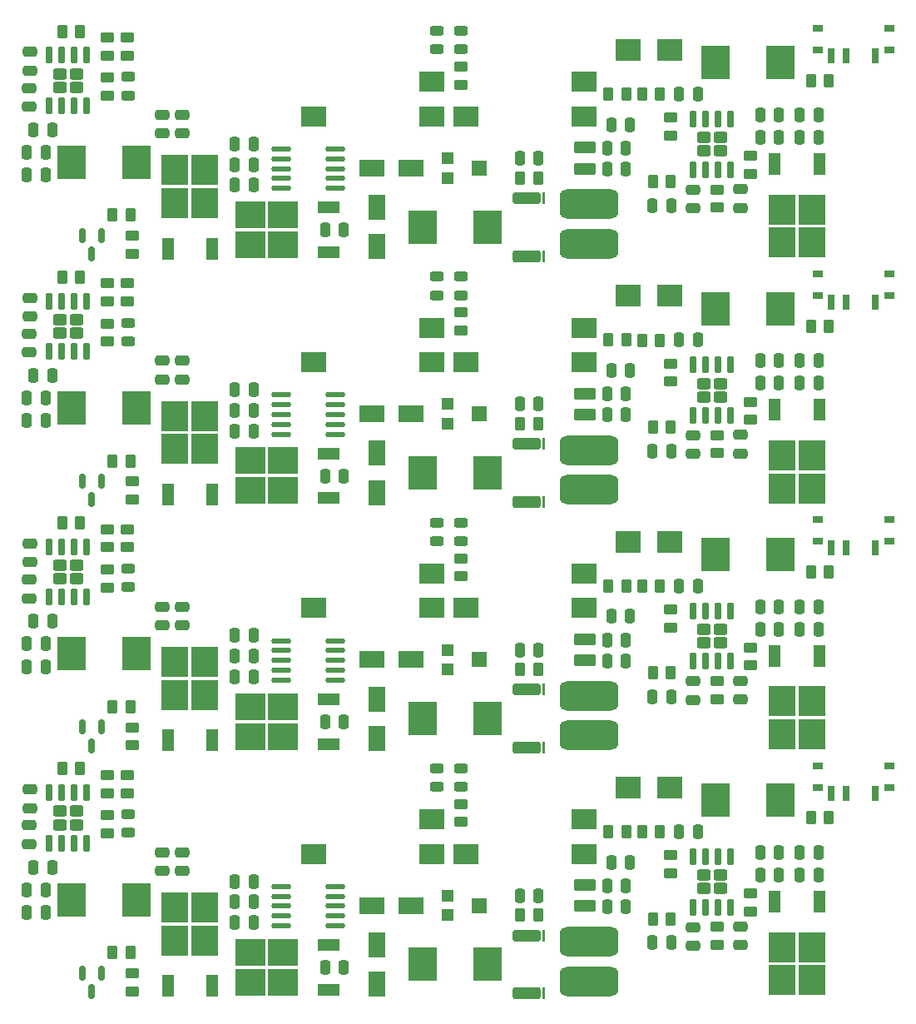
<source format=gbr>
%TF.GenerationSoftware,KiCad,Pcbnew,(6.0.7)*%
%TF.CreationDate,2023-02-24T04:41:47+08:00*%
%TF.ProjectId,PowerPanelization,506f7765-7250-4616-9e65-6c697a617469,rev?*%
%TF.SameCoordinates,Original*%
%TF.FileFunction,Paste,Top*%
%TF.FilePolarity,Positive*%
%FSLAX46Y46*%
G04 Gerber Fmt 4.6, Leading zero omitted, Abs format (unit mm)*
G04 Created by KiCad (PCBNEW (6.0.7)) date 2023-02-24 04:41:47*
%MOMM*%
%LPD*%
G01*
G04 APERTURE LIST*
G04 Aperture macros list*
%AMRoundRect*
0 Rectangle with rounded corners*
0 $1 Rounding radius*
0 $2 $3 $4 $5 $6 $7 $8 $9 X,Y pos of 4 corners*
0 Add a 4 corners polygon primitive as box body*
4,1,4,$2,$3,$4,$5,$6,$7,$8,$9,$2,$3,0*
0 Add four circle primitives for the rounded corners*
1,1,$1+$1,$2,$3*
1,1,$1+$1,$4,$5*
1,1,$1+$1,$6,$7*
1,1,$1+$1,$8,$9*
0 Add four rect primitives between the rounded corners*
20,1,$1+$1,$2,$3,$4,$5,0*
20,1,$1+$1,$4,$5,$6,$7,0*
20,1,$1+$1,$6,$7,$8,$9,0*
20,1,$1+$1,$8,$9,$2,$3,0*%
G04 Aperture macros list end*
%ADD10RoundRect,0.250000X-0.450000X0.262500X-0.450000X-0.262500X0.450000X-0.262500X0.450000X0.262500X0*%
%ADD11RoundRect,0.250000X-0.475000X0.250000X-0.475000X-0.250000X0.475000X-0.250000X0.475000X0.250000X0*%
%ADD12RoundRect,0.250000X0.450000X-0.262500X0.450000X0.262500X-0.450000X0.262500X-0.450000X-0.262500X0*%
%ADD13RoundRect,0.250000X-0.262500X-0.450000X0.262500X-0.450000X0.262500X0.450000X-0.262500X0.450000X0*%
%ADD14RoundRect,0.243750X-0.456250X0.243750X-0.456250X-0.243750X0.456250X-0.243750X0.456250X0.243750X0*%
%ADD15RoundRect,0.250000X0.475000X-0.250000X0.475000X0.250000X-0.475000X0.250000X-0.475000X-0.250000X0*%
%ADD16R,2.500000X2.000000*%
%ADD17RoundRect,0.250000X0.250000X0.475000X-0.250000X0.475000X-0.250000X-0.475000X0.250000X-0.475000X0*%
%ADD18RoundRect,0.250000X0.262500X0.450000X-0.262500X0.450000X-0.262500X-0.450000X0.262500X-0.450000X0*%
%ADD19RoundRect,0.250000X-0.850000X0.375000X-0.850000X-0.375000X0.850000X-0.375000X0.850000X0.375000X0*%
%ADD20R,3.000000X3.500000*%
%ADD21RoundRect,0.250000X-0.460000X0.315000X-0.460000X-0.315000X0.460000X-0.315000X0.460000X0.315000X0*%
%ADD22RoundRect,0.150000X-0.150000X0.737500X-0.150000X-0.737500X0.150000X-0.737500X0.150000X0.737500X0*%
%ADD23R,2.750000X3.050000*%
%ADD24R,1.200000X2.200000*%
%ADD25RoundRect,0.250000X-0.250000X-0.475000X0.250000X-0.475000X0.250000X0.475000X-0.250000X0.475000X0*%
%ADD26RoundRect,0.250000X0.460000X-0.315000X0.460000X0.315000X-0.460000X0.315000X-0.460000X-0.315000X0*%
%ADD27RoundRect,0.150000X0.150000X-0.737500X0.150000X0.737500X-0.150000X0.737500X-0.150000X-0.737500X0*%
%ADD28RoundRect,0.750000X-2.250000X0.750000X-2.250000X-0.750000X2.250000X-0.750000X2.250000X0.750000X0*%
%ADD29R,1.800000X2.500000*%
%ADD30RoundRect,0.250000X1.159000X-0.362500X1.159000X0.362500X-1.159000X0.362500X-1.159000X-0.362500X0*%
%ADD31RoundRect,0.051837X0.075163X-0.560663X0.075163X0.560663X-0.075163X0.560663X-0.075163X-0.560663X0*%
%ADD32RoundRect,0.246123X1.162877X-0.356877X1.162877X0.356877X-1.162877X0.356877X-1.162877X-0.356877X0*%
%ADD33R,3.050000X2.750000*%
%ADD34R,2.200000X1.200000*%
%ADD35R,1.000000X0.800000*%
%ADD36R,0.700000X1.500000*%
%ADD37R,1.200000X1.200000*%
%ADD38R,1.500000X1.600000*%
%ADD39RoundRect,0.243750X0.456250X-0.243750X0.456250X0.243750X-0.456250X0.243750X-0.456250X-0.243750X0*%
%ADD40RoundRect,0.150000X-0.150000X0.587500X-0.150000X-0.587500X0.150000X-0.587500X0.150000X0.587500X0*%
%ADD41R,2.500000X1.800000*%
%ADD42R,2.500000X2.300000*%
%ADD43O,2.031000X0.560000*%
G04 APERTURE END LIST*
D10*
%TO.C,R2*%
X107330000Y-152837500D03*
X107330000Y-154662500D03*
%TD*%
D11*
%TO.C,C20*%
X169230000Y-148100000D03*
X169230000Y-150000000D03*
%TD*%
D12*
%TO.C,R8*%
X106830000Y-134512500D03*
X106830000Y-132687500D03*
%TD*%
%TO.C,R9*%
X104830000Y-134512500D03*
X104830000Y-132687500D03*
%TD*%
D13*
%TO.C,R12*%
X160317500Y-147300000D03*
X162142500Y-147300000D03*
%TD*%
D12*
%TO.C,R14*%
X170230000Y-146550000D03*
X170230000Y-144725000D03*
%TD*%
D14*
%TO.C,D2*%
X138330000Y-132012500D03*
X138330000Y-133887500D03*
%TD*%
D15*
%TO.C,C8*%
X96830000Y-139700000D03*
X96830000Y-137800000D03*
%TD*%
D16*
%TO.C,DC2*%
X141280000Y-140700000D03*
X153280000Y-140700000D03*
X153280000Y-137200000D03*
%TD*%
D17*
%TO.C,C17*%
X164880000Y-138450000D03*
X162980000Y-138450000D03*
%TD*%
D18*
%TO.C,R16*%
X161050000Y-138460000D03*
X159225000Y-138460000D03*
%TD*%
D13*
%TO.C,R7*%
X176417500Y-137050000D03*
X178242500Y-137050000D03*
%TD*%
D19*
%TO.C,L4*%
X153430000Y-143875000D03*
X153430000Y-146025000D03*
%TD*%
D20*
%TO.C,L1*%
X136928000Y-151950000D03*
X143532000Y-151950000D03*
%TD*%
D21*
%TO.C,U3*%
X165480000Y-144230000D03*
X165480000Y-142870000D03*
X167180000Y-142870000D03*
X167180000Y-144230000D03*
D22*
X168235000Y-140987500D03*
X166965000Y-140987500D03*
X165695000Y-140987500D03*
X164425000Y-140987500D03*
X164425000Y-146112500D03*
X165695000Y-146112500D03*
X166965000Y-146112500D03*
X168235000Y-146112500D03*
%TD*%
D17*
%TO.C,C2*%
X119680000Y-143500000D03*
X117780000Y-143500000D03*
%TD*%
D11*
%TO.C,C19*%
X164430000Y-148150000D03*
X164430000Y-150050000D03*
%TD*%
D18*
%TO.C,R6*%
X102042500Y-132050000D03*
X100217500Y-132050000D03*
%TD*%
D10*
%TO.C,R10*%
X104830000Y-136775000D03*
X104830000Y-138600000D03*
%TD*%
D18*
%TO.C,R1*%
X107142500Y-150750000D03*
X105317500Y-150750000D03*
%TD*%
D23*
%TO.C,Q1*%
X111705000Y-149525000D03*
X111705000Y-146175000D03*
X114755000Y-149525000D03*
X114755000Y-146175000D03*
D24*
X110950000Y-154150000D03*
X115510000Y-154150000D03*
%TD*%
D25*
%TO.C,C4*%
X126980000Y-152275000D03*
X128880000Y-152275000D03*
%TD*%
D18*
%TO.C,R5*%
X148642500Y-146950000D03*
X146817500Y-146950000D03*
%TD*%
D20*
%TO.C,L3*%
X173332000Y-135250000D03*
X166728000Y-135250000D03*
%TD*%
D25*
%TO.C,C15*%
X175280000Y-140550000D03*
X177180000Y-140550000D03*
%TD*%
D17*
%TO.C,C7*%
X99180000Y-142050000D03*
X97280000Y-142050000D03*
%TD*%
D26*
%TO.C,U2*%
X101675000Y-137730000D03*
X99975000Y-137730000D03*
X101675000Y-136370000D03*
X99975000Y-136370000D03*
D27*
X98920000Y-139612500D03*
X100190000Y-139612500D03*
X101460000Y-139612500D03*
X102730000Y-139612500D03*
X102730000Y-134487500D03*
X101460000Y-134487500D03*
X100190000Y-134487500D03*
X98920000Y-134487500D03*
%TD*%
D28*
%TO.C,BT1*%
X153830000Y-149650000D03*
X153830000Y-153650000D03*
%TD*%
D25*
%TO.C,C21*%
X156080000Y-141550000D03*
X157980000Y-141550000D03*
%TD*%
D29*
%TO.C,D3*%
X132230000Y-153950000D03*
X132230000Y-149950000D03*
%TD*%
D17*
%TO.C,C13*%
X173130000Y-140550000D03*
X171230000Y-140550000D03*
%TD*%
%TO.C,C6*%
X98530000Y-144350000D03*
X96630000Y-144350000D03*
%TD*%
D18*
%TO.C,R15*%
X157630000Y-138450000D03*
X155805000Y-138450000D03*
%TD*%
D17*
%TO.C,C1*%
X119680000Y-145600000D03*
X117780000Y-145600000D03*
%TD*%
D23*
%TO.C,Q4*%
X173505000Y-150175000D03*
X176555000Y-153525000D03*
X176555000Y-150175000D03*
X173505000Y-153525000D03*
D24*
X177310000Y-145550000D03*
X172750000Y-145550000D03*
%TD*%
D17*
%TO.C,C14*%
X173130000Y-142850000D03*
X171230000Y-142850000D03*
%TD*%
D30*
%TO.C,R4*%
X147464000Y-154912500D03*
D31*
X149254000Y-154912500D03*
X149254000Y-148997000D03*
D32*
X147464000Y-148997000D03*
%TD*%
D25*
%TO.C,C18*%
X160280000Y-149750000D03*
X162180000Y-149750000D03*
%TD*%
D33*
%TO.C,Q3*%
X122705000Y-150725000D03*
X119355000Y-150725000D03*
X119355000Y-153775000D03*
X122705000Y-153775000D03*
D34*
X127330000Y-154530000D03*
X127330000Y-149970000D03*
%TD*%
D17*
%TO.C,C3*%
X119695000Y-147700000D03*
X117795000Y-147700000D03*
%TD*%
D25*
%TO.C,C16*%
X175280000Y-142850000D03*
X177180000Y-142850000D03*
%TD*%
%TO.C,C22*%
X155680000Y-143950000D03*
X157580000Y-143950000D03*
%TD*%
D35*
%TO.C,SW1*%
X177080000Y-131720000D03*
X177080000Y-133930000D03*
X184380000Y-133930000D03*
X184380000Y-131720000D03*
D36*
X182980000Y-134580000D03*
X179980000Y-134580000D03*
X178480000Y-134580000D03*
%TD*%
D12*
%TO.C,R13*%
X166830000Y-149962500D03*
X166830000Y-148137500D03*
%TD*%
D37*
%TO.C,RV1*%
X139430000Y-144950000D03*
D38*
X142680000Y-145950000D03*
D37*
X139430000Y-146950000D03*
%TD*%
D17*
%TO.C,C5*%
X98530000Y-146650000D03*
X96630000Y-146650000D03*
%TD*%
D39*
%TO.C,D5*%
X106930000Y-138562500D03*
X106930000Y-136687500D03*
%TD*%
D10*
%TO.C,R3*%
X140830000Y-135637500D03*
X140830000Y-137462500D03*
%TD*%
D11*
%TO.C,C12*%
X110430000Y-140550000D03*
X110430000Y-142450000D03*
%TD*%
D40*
%TO.C,Q2*%
X104180000Y-152812500D03*
X102280000Y-152812500D03*
X103230000Y-154687500D03*
%TD*%
D41*
%TO.C,D4*%
X135730000Y-145950000D03*
X131730000Y-145950000D03*
%TD*%
D42*
%TO.C,D6*%
X157780000Y-133950000D03*
X162080000Y-133950000D03*
%TD*%
D16*
%TO.C,DC1*%
X125805000Y-140700000D03*
X137805000Y-140700000D03*
X137805000Y-137200000D03*
%TD*%
D20*
%TO.C,L2*%
X101128000Y-145350000D03*
X107732000Y-145350000D03*
%TD*%
D11*
%TO.C,C11*%
X112430000Y-140550000D03*
X112430000Y-142450000D03*
%TD*%
D17*
%TO.C,C9*%
X148680000Y-144950000D03*
X146780000Y-144950000D03*
%TD*%
D14*
%TO.C,D1*%
X140780000Y-132012500D03*
X140780000Y-133887500D03*
%TD*%
D11*
%TO.C,C10*%
X96930000Y-134150000D03*
X96930000Y-136050000D03*
%TD*%
D10*
%TO.C,R11*%
X162130000Y-140837500D03*
X162130000Y-142662500D03*
%TD*%
D43*
%TO.C,U1*%
X127996000Y-148025000D03*
X127996000Y-147025000D03*
X127996000Y-146025000D03*
X127996000Y-145025000D03*
X127996000Y-144025000D03*
X122464000Y-144025000D03*
X122464000Y-145025000D03*
X122464000Y-146025000D03*
X122464000Y-147025000D03*
X122464000Y-148025000D03*
%TD*%
D25*
%TO.C,C23*%
X155680000Y-146050000D03*
X157580000Y-146050000D03*
%TD*%
D10*
%TO.C,R2*%
X107330000Y-127837500D03*
X107330000Y-129662500D03*
%TD*%
D11*
%TO.C,C20*%
X169230000Y-123100000D03*
X169230000Y-125000000D03*
%TD*%
D12*
%TO.C,R8*%
X106830000Y-109512500D03*
X106830000Y-107687500D03*
%TD*%
%TO.C,R9*%
X104830000Y-109512500D03*
X104830000Y-107687500D03*
%TD*%
D13*
%TO.C,R12*%
X160317500Y-122300000D03*
X162142500Y-122300000D03*
%TD*%
D12*
%TO.C,R14*%
X170230000Y-121550000D03*
X170230000Y-119725000D03*
%TD*%
D14*
%TO.C,D2*%
X138330000Y-107012500D03*
X138330000Y-108887500D03*
%TD*%
D15*
%TO.C,C8*%
X96830000Y-114700000D03*
X96830000Y-112800000D03*
%TD*%
D16*
%TO.C,DC2*%
X141280000Y-115700000D03*
X153280000Y-115700000D03*
X153280000Y-112200000D03*
%TD*%
D17*
%TO.C,C17*%
X164880000Y-113450000D03*
X162980000Y-113450000D03*
%TD*%
D18*
%TO.C,R16*%
X161050000Y-113460000D03*
X159225000Y-113460000D03*
%TD*%
D13*
%TO.C,R7*%
X176417500Y-112050000D03*
X178242500Y-112050000D03*
%TD*%
D19*
%TO.C,L4*%
X153430000Y-118875000D03*
X153430000Y-121025000D03*
%TD*%
D20*
%TO.C,L1*%
X136928000Y-126950000D03*
X143532000Y-126950000D03*
%TD*%
D21*
%TO.C,U3*%
X165480000Y-119230000D03*
X165480000Y-117870000D03*
X167180000Y-117870000D03*
X167180000Y-119230000D03*
D22*
X168235000Y-115987500D03*
X166965000Y-115987500D03*
X165695000Y-115987500D03*
X164425000Y-115987500D03*
X164425000Y-121112500D03*
X165695000Y-121112500D03*
X166965000Y-121112500D03*
X168235000Y-121112500D03*
%TD*%
D17*
%TO.C,C2*%
X119680000Y-118500000D03*
X117780000Y-118500000D03*
%TD*%
D11*
%TO.C,C19*%
X164430000Y-123150000D03*
X164430000Y-125050000D03*
%TD*%
D18*
%TO.C,R6*%
X102042500Y-107050000D03*
X100217500Y-107050000D03*
%TD*%
D10*
%TO.C,R10*%
X104830000Y-111775000D03*
X104830000Y-113600000D03*
%TD*%
D18*
%TO.C,R1*%
X107142500Y-125750000D03*
X105317500Y-125750000D03*
%TD*%
D23*
%TO.C,Q1*%
X111705000Y-124525000D03*
X111705000Y-121175000D03*
X114755000Y-124525000D03*
X114755000Y-121175000D03*
D24*
X110950000Y-129150000D03*
X115510000Y-129150000D03*
%TD*%
D25*
%TO.C,C4*%
X126980000Y-127275000D03*
X128880000Y-127275000D03*
%TD*%
D18*
%TO.C,R5*%
X148642500Y-121950000D03*
X146817500Y-121950000D03*
%TD*%
D20*
%TO.C,L3*%
X173332000Y-110250000D03*
X166728000Y-110250000D03*
%TD*%
D25*
%TO.C,C15*%
X175280000Y-115550000D03*
X177180000Y-115550000D03*
%TD*%
D17*
%TO.C,C7*%
X99180000Y-117050000D03*
X97280000Y-117050000D03*
%TD*%
D26*
%TO.C,U2*%
X101675000Y-112730000D03*
X99975000Y-112730000D03*
X101675000Y-111370000D03*
X99975000Y-111370000D03*
D27*
X98920000Y-114612500D03*
X100190000Y-114612500D03*
X101460000Y-114612500D03*
X102730000Y-114612500D03*
X102730000Y-109487500D03*
X101460000Y-109487500D03*
X100190000Y-109487500D03*
X98920000Y-109487500D03*
%TD*%
D28*
%TO.C,BT1*%
X153830000Y-124650000D03*
X153830000Y-128650000D03*
%TD*%
D25*
%TO.C,C21*%
X156080000Y-116550000D03*
X157980000Y-116550000D03*
%TD*%
D29*
%TO.C,D3*%
X132230000Y-128950000D03*
X132230000Y-124950000D03*
%TD*%
D17*
%TO.C,C13*%
X173130000Y-115550000D03*
X171230000Y-115550000D03*
%TD*%
%TO.C,C6*%
X98530000Y-119350000D03*
X96630000Y-119350000D03*
%TD*%
D18*
%TO.C,R15*%
X157630000Y-113450000D03*
X155805000Y-113450000D03*
%TD*%
D17*
%TO.C,C1*%
X119680000Y-120600000D03*
X117780000Y-120600000D03*
%TD*%
D23*
%TO.C,Q4*%
X173505000Y-125175000D03*
X176555000Y-128525000D03*
X176555000Y-125175000D03*
X173505000Y-128525000D03*
D24*
X177310000Y-120550000D03*
X172750000Y-120550000D03*
%TD*%
D17*
%TO.C,C14*%
X173130000Y-117850000D03*
X171230000Y-117850000D03*
%TD*%
D30*
%TO.C,R4*%
X147464000Y-129912500D03*
D31*
X149254000Y-129912500D03*
X149254000Y-123997000D03*
D32*
X147464000Y-123997000D03*
%TD*%
D25*
%TO.C,C18*%
X160280000Y-124750000D03*
X162180000Y-124750000D03*
%TD*%
D33*
%TO.C,Q3*%
X122705000Y-125725000D03*
X119355000Y-125725000D03*
X119355000Y-128775000D03*
X122705000Y-128775000D03*
D34*
X127330000Y-129530000D03*
X127330000Y-124970000D03*
%TD*%
D17*
%TO.C,C3*%
X119695000Y-122700000D03*
X117795000Y-122700000D03*
%TD*%
D25*
%TO.C,C16*%
X175280000Y-117850000D03*
X177180000Y-117850000D03*
%TD*%
%TO.C,C22*%
X155680000Y-118950000D03*
X157580000Y-118950000D03*
%TD*%
D35*
%TO.C,SW1*%
X177080000Y-106720000D03*
X177080000Y-108930000D03*
X184380000Y-108930000D03*
X184380000Y-106720000D03*
D36*
X182980000Y-109580000D03*
X179980000Y-109580000D03*
X178480000Y-109580000D03*
%TD*%
D12*
%TO.C,R13*%
X166830000Y-124962500D03*
X166830000Y-123137500D03*
%TD*%
D37*
%TO.C,RV1*%
X139430000Y-119950000D03*
D38*
X142680000Y-120950000D03*
D37*
X139430000Y-121950000D03*
%TD*%
D17*
%TO.C,C5*%
X98530000Y-121650000D03*
X96630000Y-121650000D03*
%TD*%
D39*
%TO.C,D5*%
X106930000Y-113562500D03*
X106930000Y-111687500D03*
%TD*%
D10*
%TO.C,R3*%
X140830000Y-110637500D03*
X140830000Y-112462500D03*
%TD*%
D11*
%TO.C,C12*%
X110430000Y-115550000D03*
X110430000Y-117450000D03*
%TD*%
D40*
%TO.C,Q2*%
X104180000Y-127812500D03*
X102280000Y-127812500D03*
X103230000Y-129687500D03*
%TD*%
D41*
%TO.C,D4*%
X135730000Y-120950000D03*
X131730000Y-120950000D03*
%TD*%
D42*
%TO.C,D6*%
X157780000Y-108950000D03*
X162080000Y-108950000D03*
%TD*%
D16*
%TO.C,DC1*%
X125805000Y-115700000D03*
X137805000Y-115700000D03*
X137805000Y-112200000D03*
%TD*%
D20*
%TO.C,L2*%
X101128000Y-120350000D03*
X107732000Y-120350000D03*
%TD*%
D11*
%TO.C,C11*%
X112430000Y-115550000D03*
X112430000Y-117450000D03*
%TD*%
D17*
%TO.C,C9*%
X148680000Y-119950000D03*
X146780000Y-119950000D03*
%TD*%
D14*
%TO.C,D1*%
X140780000Y-107012500D03*
X140780000Y-108887500D03*
%TD*%
D11*
%TO.C,C10*%
X96930000Y-109150000D03*
X96930000Y-111050000D03*
%TD*%
D10*
%TO.C,R11*%
X162130000Y-115837500D03*
X162130000Y-117662500D03*
%TD*%
D43*
%TO.C,U1*%
X127996000Y-123025000D03*
X127996000Y-122025000D03*
X127996000Y-121025000D03*
X127996000Y-120025000D03*
X127996000Y-119025000D03*
X122464000Y-119025000D03*
X122464000Y-120025000D03*
X122464000Y-121025000D03*
X122464000Y-122025000D03*
X122464000Y-123025000D03*
%TD*%
D25*
%TO.C,C23*%
X155680000Y-121050000D03*
X157580000Y-121050000D03*
%TD*%
D10*
%TO.C,R2*%
X107330000Y-102837500D03*
X107330000Y-104662500D03*
%TD*%
D11*
%TO.C,C20*%
X169230000Y-98100000D03*
X169230000Y-100000000D03*
%TD*%
D12*
%TO.C,R8*%
X106830000Y-84512500D03*
X106830000Y-82687500D03*
%TD*%
%TO.C,R9*%
X104830000Y-84512500D03*
X104830000Y-82687500D03*
%TD*%
D13*
%TO.C,R12*%
X160317500Y-97300000D03*
X162142500Y-97300000D03*
%TD*%
D12*
%TO.C,R14*%
X170230000Y-96550000D03*
X170230000Y-94725000D03*
%TD*%
D14*
%TO.C,D2*%
X138330000Y-82012500D03*
X138330000Y-83887500D03*
%TD*%
D15*
%TO.C,C8*%
X96830000Y-89700000D03*
X96830000Y-87800000D03*
%TD*%
D16*
%TO.C,DC2*%
X141280000Y-90700000D03*
X153280000Y-90700000D03*
X153280000Y-87200000D03*
%TD*%
D17*
%TO.C,C17*%
X164880000Y-88450000D03*
X162980000Y-88450000D03*
%TD*%
D18*
%TO.C,R16*%
X161050000Y-88460000D03*
X159225000Y-88460000D03*
%TD*%
D13*
%TO.C,R7*%
X176417500Y-87050000D03*
X178242500Y-87050000D03*
%TD*%
D19*
%TO.C,L4*%
X153430000Y-93875000D03*
X153430000Y-96025000D03*
%TD*%
D20*
%TO.C,L1*%
X136928000Y-101950000D03*
X143532000Y-101950000D03*
%TD*%
D21*
%TO.C,U3*%
X165480000Y-94230000D03*
X165480000Y-92870000D03*
X167180000Y-92870000D03*
X167180000Y-94230000D03*
D22*
X168235000Y-90987500D03*
X166965000Y-90987500D03*
X165695000Y-90987500D03*
X164425000Y-90987500D03*
X164425000Y-96112500D03*
X165695000Y-96112500D03*
X166965000Y-96112500D03*
X168235000Y-96112500D03*
%TD*%
D17*
%TO.C,C2*%
X119680000Y-93500000D03*
X117780000Y-93500000D03*
%TD*%
D11*
%TO.C,C19*%
X164430000Y-98150000D03*
X164430000Y-100050000D03*
%TD*%
D18*
%TO.C,R6*%
X102042500Y-82050000D03*
X100217500Y-82050000D03*
%TD*%
D10*
%TO.C,R10*%
X104830000Y-86775000D03*
X104830000Y-88600000D03*
%TD*%
D18*
%TO.C,R1*%
X107142500Y-100750000D03*
X105317500Y-100750000D03*
%TD*%
D23*
%TO.C,Q1*%
X111705000Y-99525000D03*
X111705000Y-96175000D03*
X114755000Y-99525000D03*
X114755000Y-96175000D03*
D24*
X110950000Y-104150000D03*
X115510000Y-104150000D03*
%TD*%
D25*
%TO.C,C4*%
X126980000Y-102275000D03*
X128880000Y-102275000D03*
%TD*%
D18*
%TO.C,R5*%
X148642500Y-96950000D03*
X146817500Y-96950000D03*
%TD*%
D20*
%TO.C,L3*%
X173332000Y-85250000D03*
X166728000Y-85250000D03*
%TD*%
D25*
%TO.C,C15*%
X175280000Y-90550000D03*
X177180000Y-90550000D03*
%TD*%
D17*
%TO.C,C7*%
X99180000Y-92050000D03*
X97280000Y-92050000D03*
%TD*%
D26*
%TO.C,U2*%
X101675000Y-87730000D03*
X99975000Y-87730000D03*
X101675000Y-86370000D03*
X99975000Y-86370000D03*
D27*
X98920000Y-89612500D03*
X100190000Y-89612500D03*
X101460000Y-89612500D03*
X102730000Y-89612500D03*
X102730000Y-84487500D03*
X101460000Y-84487500D03*
X100190000Y-84487500D03*
X98920000Y-84487500D03*
%TD*%
D28*
%TO.C,BT1*%
X153830000Y-99650000D03*
X153830000Y-103650000D03*
%TD*%
D25*
%TO.C,C21*%
X156080000Y-91550000D03*
X157980000Y-91550000D03*
%TD*%
D29*
%TO.C,D3*%
X132230000Y-103950000D03*
X132230000Y-99950000D03*
%TD*%
D17*
%TO.C,C13*%
X173130000Y-90550000D03*
X171230000Y-90550000D03*
%TD*%
%TO.C,C6*%
X98530000Y-94350000D03*
X96630000Y-94350000D03*
%TD*%
D18*
%TO.C,R15*%
X157630000Y-88450000D03*
X155805000Y-88450000D03*
%TD*%
D17*
%TO.C,C1*%
X119680000Y-95600000D03*
X117780000Y-95600000D03*
%TD*%
D23*
%TO.C,Q4*%
X173505000Y-100175000D03*
X176555000Y-103525000D03*
X176555000Y-100175000D03*
X173505000Y-103525000D03*
D24*
X177310000Y-95550000D03*
X172750000Y-95550000D03*
%TD*%
D17*
%TO.C,C14*%
X173130000Y-92850000D03*
X171230000Y-92850000D03*
%TD*%
D30*
%TO.C,R4*%
X147464000Y-104912500D03*
D31*
X149254000Y-104912500D03*
X149254000Y-98997000D03*
D32*
X147464000Y-98997000D03*
%TD*%
D25*
%TO.C,C18*%
X160280000Y-99750000D03*
X162180000Y-99750000D03*
%TD*%
D33*
%TO.C,Q3*%
X122705000Y-100725000D03*
X119355000Y-100725000D03*
X119355000Y-103775000D03*
X122705000Y-103775000D03*
D34*
X127330000Y-104530000D03*
X127330000Y-99970000D03*
%TD*%
D17*
%TO.C,C3*%
X119695000Y-97700000D03*
X117795000Y-97700000D03*
%TD*%
D25*
%TO.C,C16*%
X175280000Y-92850000D03*
X177180000Y-92850000D03*
%TD*%
%TO.C,C22*%
X155680000Y-93950000D03*
X157580000Y-93950000D03*
%TD*%
D35*
%TO.C,SW1*%
X177080000Y-81720000D03*
X177080000Y-83930000D03*
X184380000Y-83930000D03*
X184380000Y-81720000D03*
D36*
X182980000Y-84580000D03*
X179980000Y-84580000D03*
X178480000Y-84580000D03*
%TD*%
D12*
%TO.C,R13*%
X166830000Y-99962500D03*
X166830000Y-98137500D03*
%TD*%
D37*
%TO.C,RV1*%
X139430000Y-94950000D03*
D38*
X142680000Y-95950000D03*
D37*
X139430000Y-96950000D03*
%TD*%
D17*
%TO.C,C5*%
X98530000Y-96650000D03*
X96630000Y-96650000D03*
%TD*%
D39*
%TO.C,D5*%
X106930000Y-88562500D03*
X106930000Y-86687500D03*
%TD*%
D10*
%TO.C,R3*%
X140830000Y-85637500D03*
X140830000Y-87462500D03*
%TD*%
D11*
%TO.C,C12*%
X110430000Y-90550000D03*
X110430000Y-92450000D03*
%TD*%
D40*
%TO.C,Q2*%
X104180000Y-102812500D03*
X102280000Y-102812500D03*
X103230000Y-104687500D03*
%TD*%
D41*
%TO.C,D4*%
X135730000Y-95950000D03*
X131730000Y-95950000D03*
%TD*%
D42*
%TO.C,D6*%
X157780000Y-83950000D03*
X162080000Y-83950000D03*
%TD*%
D16*
%TO.C,DC1*%
X125805000Y-90700000D03*
X137805000Y-90700000D03*
X137805000Y-87200000D03*
%TD*%
D20*
%TO.C,L2*%
X101128000Y-95350000D03*
X107732000Y-95350000D03*
%TD*%
D11*
%TO.C,C11*%
X112430000Y-90550000D03*
X112430000Y-92450000D03*
%TD*%
D17*
%TO.C,C9*%
X148680000Y-94950000D03*
X146780000Y-94950000D03*
%TD*%
D14*
%TO.C,D1*%
X140780000Y-82012500D03*
X140780000Y-83887500D03*
%TD*%
D11*
%TO.C,C10*%
X96930000Y-84150000D03*
X96930000Y-86050000D03*
%TD*%
D10*
%TO.C,R11*%
X162130000Y-90837500D03*
X162130000Y-92662500D03*
%TD*%
D43*
%TO.C,U1*%
X127996000Y-98025000D03*
X127996000Y-97025000D03*
X127996000Y-96025000D03*
X127996000Y-95025000D03*
X127996000Y-94025000D03*
X122464000Y-94025000D03*
X122464000Y-95025000D03*
X122464000Y-96025000D03*
X122464000Y-97025000D03*
X122464000Y-98025000D03*
%TD*%
D25*
%TO.C,C23*%
X155680000Y-96050000D03*
X157580000Y-96050000D03*
%TD*%
D41*
%TO.C,D4*%
X135730000Y-70950000D03*
X131730000Y-70950000D03*
%TD*%
D42*
%TO.C,D6*%
X157780000Y-58950000D03*
X162080000Y-58950000D03*
%TD*%
D40*
%TO.C,Q2*%
X104180000Y-77812500D03*
X102280000Y-77812500D03*
X103230000Y-79687500D03*
%TD*%
D12*
%TO.C,R14*%
X170230000Y-71550000D03*
X170230000Y-69725000D03*
%TD*%
D28*
%TO.C,BT1*%
X153830000Y-74650000D03*
X153830000Y-78650000D03*
%TD*%
D26*
%TO.C,U2*%
X101675000Y-62730000D03*
X99975000Y-62730000D03*
X101675000Y-61370000D03*
X99975000Y-61370000D03*
D27*
X98920000Y-64612500D03*
X100190000Y-64612500D03*
X101460000Y-64612500D03*
X102730000Y-64612500D03*
X102730000Y-59487500D03*
X101460000Y-59487500D03*
X100190000Y-59487500D03*
X98920000Y-59487500D03*
%TD*%
D13*
%TO.C,R12*%
X160317500Y-72300000D03*
X162142500Y-72300000D03*
%TD*%
D12*
%TO.C,R9*%
X104830000Y-59512500D03*
X104830000Y-57687500D03*
%TD*%
%TO.C,R8*%
X106830000Y-59512500D03*
X106830000Y-57687500D03*
%TD*%
D11*
%TO.C,C20*%
X169230000Y-73100000D03*
X169230000Y-75000000D03*
%TD*%
D10*
%TO.C,R2*%
X107330000Y-77837500D03*
X107330000Y-79662500D03*
%TD*%
D17*
%TO.C,C7*%
X99180000Y-67050000D03*
X97280000Y-67050000D03*
%TD*%
D25*
%TO.C,C15*%
X175280000Y-65550000D03*
X177180000Y-65550000D03*
%TD*%
D43*
%TO.C,U1*%
X127996000Y-73025000D03*
X127996000Y-72025000D03*
X127996000Y-71025000D03*
X127996000Y-70025000D03*
X127996000Y-69025000D03*
X122464000Y-69025000D03*
X122464000Y-70025000D03*
X122464000Y-71025000D03*
X122464000Y-72025000D03*
X122464000Y-73025000D03*
%TD*%
D10*
%TO.C,R11*%
X162130000Y-65837500D03*
X162130000Y-67662500D03*
%TD*%
D16*
%TO.C,DC1*%
X125805000Y-65700000D03*
X137805000Y-65700000D03*
X137805000Y-62200000D03*
%TD*%
D11*
%TO.C,C11*%
X112430000Y-65550000D03*
X112430000Y-67450000D03*
%TD*%
%TO.C,C10*%
X96930000Y-59150000D03*
X96930000Y-61050000D03*
%TD*%
D14*
%TO.C,D1*%
X140780000Y-57012500D03*
X140780000Y-58887500D03*
%TD*%
D17*
%TO.C,C9*%
X148680000Y-69950000D03*
X146780000Y-69950000D03*
%TD*%
D25*
%TO.C,C23*%
X155680000Y-71050000D03*
X157580000Y-71050000D03*
%TD*%
D20*
%TO.C,L2*%
X101128000Y-70350000D03*
X107732000Y-70350000D03*
%TD*%
D25*
%TO.C,C22*%
X155680000Y-68950000D03*
X157580000Y-68950000D03*
%TD*%
%TO.C,C18*%
X160280000Y-74750000D03*
X162180000Y-74750000D03*
%TD*%
D39*
%TO.C,D5*%
X106930000Y-63562500D03*
X106930000Y-61687500D03*
%TD*%
D18*
%TO.C,R15*%
X157630000Y-63450000D03*
X155805000Y-63450000D03*
%TD*%
D17*
%TO.C,C6*%
X98530000Y-69350000D03*
X96630000Y-69350000D03*
%TD*%
%TO.C,C5*%
X98530000Y-71650000D03*
X96630000Y-71650000D03*
%TD*%
D11*
%TO.C,C12*%
X110430000Y-65550000D03*
X110430000Y-67450000D03*
%TD*%
D37*
%TO.C,RV1*%
X139430000Y-69950000D03*
D38*
X142680000Y-70950000D03*
D37*
X139430000Y-71950000D03*
%TD*%
D35*
%TO.C,SW1*%
X177080000Y-56720000D03*
X177080000Y-58930000D03*
X184380000Y-58930000D03*
X184380000Y-56720000D03*
D36*
X182980000Y-59580000D03*
X179980000Y-59580000D03*
X178480000Y-59580000D03*
%TD*%
D25*
%TO.C,C16*%
X175280000Y-67850000D03*
X177180000Y-67850000D03*
%TD*%
D17*
%TO.C,C3*%
X119695000Y-72700000D03*
X117795000Y-72700000D03*
%TD*%
%TO.C,C14*%
X173130000Y-67850000D03*
X171230000Y-67850000D03*
%TD*%
D10*
%TO.C,R3*%
X140830000Y-60637500D03*
X140830000Y-62462500D03*
%TD*%
D12*
%TO.C,R13*%
X166830000Y-74962500D03*
X166830000Y-73137500D03*
%TD*%
D17*
%TO.C,C13*%
X173130000Y-65550000D03*
X171230000Y-65550000D03*
%TD*%
D33*
%TO.C,Q3*%
X122705000Y-75725000D03*
X119355000Y-75725000D03*
X119355000Y-78775000D03*
X122705000Y-78775000D03*
D34*
X127330000Y-79530000D03*
X127330000Y-74970000D03*
%TD*%
D29*
%TO.C,D3*%
X132230000Y-78950000D03*
X132230000Y-74950000D03*
%TD*%
D25*
%TO.C,C21*%
X156080000Y-66550000D03*
X157980000Y-66550000D03*
%TD*%
D30*
%TO.C,R4*%
X147464000Y-79912500D03*
D31*
X149254000Y-79912500D03*
X149254000Y-73997000D03*
D32*
X147464000Y-73997000D03*
%TD*%
D23*
%TO.C,Q4*%
X173505000Y-75175000D03*
X176555000Y-78525000D03*
X176555000Y-75175000D03*
X173505000Y-78525000D03*
D24*
X177310000Y-70550000D03*
X172750000Y-70550000D03*
%TD*%
D17*
%TO.C,C1*%
X119680000Y-70600000D03*
X117780000Y-70600000D03*
%TD*%
%TO.C,C17*%
X164880000Y-63450000D03*
X162980000Y-63450000D03*
%TD*%
D20*
%TO.C,L3*%
X173332000Y-60250000D03*
X166728000Y-60250000D03*
%TD*%
D18*
%TO.C,R16*%
X161050000Y-63460000D03*
X159225000Y-63460000D03*
%TD*%
D13*
%TO.C,R7*%
X176417500Y-62050000D03*
X178242500Y-62050000D03*
%TD*%
D18*
%TO.C,R5*%
X148642500Y-71950000D03*
X146817500Y-71950000D03*
%TD*%
D11*
%TO.C,C19*%
X164430000Y-73150000D03*
X164430000Y-75050000D03*
%TD*%
D14*
%TO.C,D2*%
X138330000Y-57012500D03*
X138330000Y-58887500D03*
%TD*%
D20*
%TO.C,L1*%
X136928000Y-76950000D03*
X143532000Y-76950000D03*
%TD*%
D18*
%TO.C,R6*%
X102042500Y-57050000D03*
X100217500Y-57050000D03*
%TD*%
D17*
%TO.C,C2*%
X119680000Y-68500000D03*
X117780000Y-68500000D03*
%TD*%
D23*
%TO.C,Q1*%
X111705000Y-74525000D03*
X111705000Y-71175000D03*
X114755000Y-74525000D03*
X114755000Y-71175000D03*
D24*
X110950000Y-79150000D03*
X115510000Y-79150000D03*
%TD*%
D25*
%TO.C,C4*%
X126980000Y-77275000D03*
X128880000Y-77275000D03*
%TD*%
D18*
%TO.C,R1*%
X107142500Y-75750000D03*
X105317500Y-75750000D03*
%TD*%
D16*
%TO.C,DC2*%
X141280000Y-65700000D03*
X153280000Y-65700000D03*
X153280000Y-62200000D03*
%TD*%
D10*
%TO.C,R10*%
X104830000Y-61775000D03*
X104830000Y-63600000D03*
%TD*%
D21*
%TO.C,U3*%
X165480000Y-69230000D03*
X165480000Y-67870000D03*
X167180000Y-67870000D03*
X167180000Y-69230000D03*
D22*
X168235000Y-65987500D03*
X166965000Y-65987500D03*
X165695000Y-65987500D03*
X164425000Y-65987500D03*
X164425000Y-71112500D03*
X165695000Y-71112500D03*
X166965000Y-71112500D03*
X168235000Y-71112500D03*
%TD*%
D15*
%TO.C,C8*%
X96830000Y-64700000D03*
X96830000Y-62800000D03*
%TD*%
D19*
%TO.C,L4*%
X153430000Y-68875000D03*
X153430000Y-71025000D03*
%TD*%
M02*

</source>
